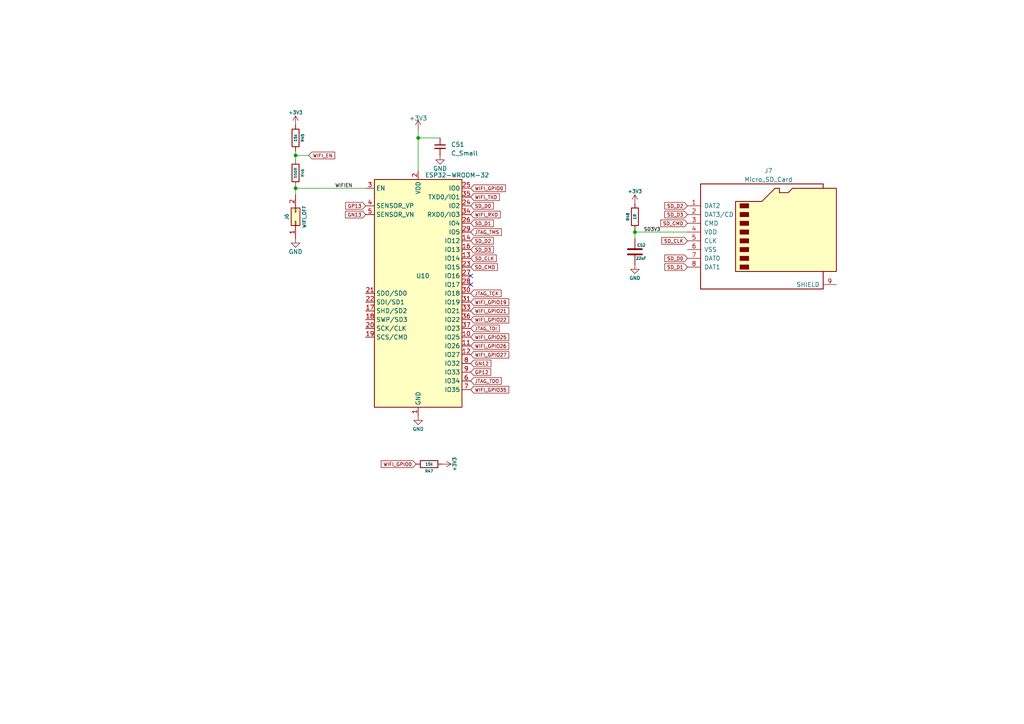
<source format=kicad_sch>
(kicad_sch (version 20230121) (generator eeschema)

  (uuid 59d601a5-4843-49fb-a7ea-a680dd7444e6)

  (paper "A4")

  (lib_symbols
    (symbol "Connector:Micro_SD_Card" (pin_names (offset 1.016)) (in_bom yes) (on_board yes)
      (property "Reference" "J" (at -16.51 15.24 0)
        (effects (font (size 1.27 1.27)))
      )
      (property "Value" "Micro_SD_Card" (at 16.51 15.24 0)
        (effects (font (size 1.27 1.27)) (justify right))
      )
      (property "Footprint" "" (at 29.21 7.62 0)
        (effects (font (size 1.27 1.27)) hide)
      )
      (property "Datasheet" "http://katalog.we-online.de/em/datasheet/693072010801.pdf" (at 0 0 0)
        (effects (font (size 1.27 1.27)) hide)
      )
      (property "ki_keywords" "connector SD microsd" (at 0 0 0)
        (effects (font (size 1.27 1.27)) hide)
      )
      (property "ki_description" "Micro SD Card Socket" (at 0 0 0)
        (effects (font (size 1.27 1.27)) hide)
      )
      (property "ki_fp_filters" "microSD*" (at 0 0 0)
        (effects (font (size 1.27 1.27)) hide)
      )
      (symbol "Micro_SD_Card_0_1"
        (rectangle (start -7.62 -9.525) (end -5.08 -10.795)
          (stroke (width 0) (type default))
          (fill (type outline))
        )
        (rectangle (start -7.62 -6.985) (end -5.08 -8.255)
          (stroke (width 0) (type default))
          (fill (type outline))
        )
        (rectangle (start -7.62 -4.445) (end -5.08 -5.715)
          (stroke (width 0) (type default))
          (fill (type outline))
        )
        (rectangle (start -7.62 -1.905) (end -5.08 -3.175)
          (stroke (width 0) (type default))
          (fill (type outline))
        )
        (rectangle (start -7.62 0.635) (end -5.08 -0.635)
          (stroke (width 0) (type default))
          (fill (type outline))
        )
        (rectangle (start -7.62 3.175) (end -5.08 1.905)
          (stroke (width 0) (type default))
          (fill (type outline))
        )
        (rectangle (start -7.62 5.715) (end -5.08 4.445)
          (stroke (width 0) (type default))
          (fill (type outline))
        )
        (rectangle (start -7.62 8.255) (end -5.08 6.985)
          (stroke (width 0) (type default))
          (fill (type outline))
        )
        (polyline
          (pts
            (xy 16.51 12.7)
            (xy 16.51 13.97)
            (xy -19.05 13.97)
            (xy -19.05 -16.51)
            (xy 16.51 -16.51)
            (xy 16.51 -11.43)
          )
          (stroke (width 0.254) (type default))
          (fill (type none))
        )
        (polyline
          (pts
            (xy -8.89 -11.43)
            (xy -8.89 8.89)
            (xy -1.27 8.89)
            (xy 2.54 12.7)
            (xy 3.81 12.7)
            (xy 3.81 11.43)
            (xy 6.35 11.43)
            (xy 7.62 12.7)
            (xy 20.32 12.7)
            (xy 20.32 -11.43)
            (xy -8.89 -11.43)
          )
          (stroke (width 0.254) (type default))
          (fill (type background))
        )
      )
      (symbol "Micro_SD_Card_1_1"
        (pin bidirectional line (at -22.86 7.62 0) (length 3.81)
          (name "DAT2" (effects (font (size 1.27 1.27))))
          (number "1" (effects (font (size 1.27 1.27))))
        )
        (pin bidirectional line (at -22.86 5.08 0) (length 3.81)
          (name "DAT3/CD" (effects (font (size 1.27 1.27))))
          (number "2" (effects (font (size 1.27 1.27))))
        )
        (pin input line (at -22.86 2.54 0) (length 3.81)
          (name "CMD" (effects (font (size 1.27 1.27))))
          (number "3" (effects (font (size 1.27 1.27))))
        )
        (pin power_in line (at -22.86 0 0) (length 3.81)
          (name "VDD" (effects (font (size 1.27 1.27))))
          (number "4" (effects (font (size 1.27 1.27))))
        )
        (pin input line (at -22.86 -2.54 0) (length 3.81)
          (name "CLK" (effects (font (size 1.27 1.27))))
          (number "5" (effects (font (size 1.27 1.27))))
        )
        (pin power_in line (at -22.86 -5.08 0) (length 3.81)
          (name "VSS" (effects (font (size 1.27 1.27))))
          (number "6" (effects (font (size 1.27 1.27))))
        )
        (pin bidirectional line (at -22.86 -7.62 0) (length 3.81)
          (name "DAT0" (effects (font (size 1.27 1.27))))
          (number "7" (effects (font (size 1.27 1.27))))
        )
        (pin bidirectional line (at -22.86 -10.16 0) (length 3.81)
          (name "DAT1" (effects (font (size 1.27 1.27))))
          (number "8" (effects (font (size 1.27 1.27))))
        )
        (pin passive line (at 20.32 -15.24 180) (length 3.81)
          (name "SHIELD" (effects (font (size 1.27 1.27))))
          (number "9" (effects (font (size 1.27 1.27))))
        )
      )
    )
    (symbol "Connector_Generic:Conn_02x01" (pin_names (offset 1.016) hide) (in_bom yes) (on_board yes)
      (property "Reference" "J" (at 1.27 2.54 0)
        (effects (font (size 1.27 1.27)))
      )
      (property "Value" "Conn_02x01" (at 1.27 -2.54 0)
        (effects (font (size 1.27 1.27)))
      )
      (property "Footprint" "" (at 0 0 0)
        (effects (font (size 1.27 1.27)) hide)
      )
      (property "Datasheet" "~" (at 0 0 0)
        (effects (font (size 1.27 1.27)) hide)
      )
      (property "ki_keywords" "connector" (at 0 0 0)
        (effects (font (size 1.27 1.27)) hide)
      )
      (property "ki_description" "Generic connector, double row, 02x01, this symbol is compatible with counter-clockwise, top-bottom and odd-even numbering schemes., script generated (kicad-library-utils/schlib/autogen/connector/)" (at 0 0 0)
        (effects (font (size 1.27 1.27)) hide)
      )
      (property "ki_fp_filters" "Connector*:*_2x??_*" (at 0 0 0)
        (effects (font (size 1.27 1.27)) hide)
      )
      (symbol "Conn_02x01_1_1"
        (rectangle (start -1.27 0.127) (end 0 -0.127)
          (stroke (width 0.1524) (type default))
          (fill (type none))
        )
        (rectangle (start -1.27 1.27) (end 3.81 -1.27)
          (stroke (width 0.254) (type default))
          (fill (type background))
        )
        (rectangle (start 3.81 0.127) (end 2.54 -0.127)
          (stroke (width 0.1524) (type default))
          (fill (type none))
        )
        (pin passive line (at -5.08 0 0) (length 3.81)
          (name "Pin_1" (effects (font (size 1.27 1.27))))
          (number "1" (effects (font (size 1.27 1.27))))
        )
        (pin passive line (at 7.62 0 180) (length 3.81)
          (name "Pin_2" (effects (font (size 1.27 1.27))))
          (number "2" (effects (font (size 1.27 1.27))))
        )
      )
    )
    (symbol "Device:C" (pin_numbers hide) (pin_names (offset 0.254)) (in_bom yes) (on_board yes)
      (property "Reference" "C" (at 0.635 2.54 0)
        (effects (font (size 1.27 1.27)) (justify left))
      )
      (property "Value" "C" (at 0.635 -2.54 0)
        (effects (font (size 1.27 1.27)) (justify left))
      )
      (property "Footprint" "" (at 0.9652 -3.81 0)
        (effects (font (size 1.27 1.27)) hide)
      )
      (property "Datasheet" "~" (at 0 0 0)
        (effects (font (size 1.27 1.27)) hide)
      )
      (property "ki_keywords" "cap capacitor" (at 0 0 0)
        (effects (font (size 1.27 1.27)) hide)
      )
      (property "ki_description" "Unpolarized capacitor" (at 0 0 0)
        (effects (font (size 1.27 1.27)) hide)
      )
      (property "ki_fp_filters" "C_*" (at 0 0 0)
        (effects (font (size 1.27 1.27)) hide)
      )
      (symbol "C_0_1"
        (polyline
          (pts
            (xy -2.032 -0.762)
            (xy 2.032 -0.762)
          )
          (stroke (width 0.508) (type default))
          (fill (type none))
        )
        (polyline
          (pts
            (xy -2.032 0.762)
            (xy 2.032 0.762)
          )
          (stroke (width 0.508) (type default))
          (fill (type none))
        )
      )
      (symbol "C_1_1"
        (pin passive line (at 0 3.81 270) (length 2.794)
          (name "~" (effects (font (size 1.27 1.27))))
          (number "1" (effects (font (size 1.27 1.27))))
        )
        (pin passive line (at 0 -3.81 90) (length 2.794)
          (name "~" (effects (font (size 1.27 1.27))))
          (number "2" (effects (font (size 1.27 1.27))))
        )
      )
    )
    (symbol "Device:C_Small" (pin_numbers hide) (pin_names (offset 0.254) hide) (in_bom yes) (on_board yes)
      (property "Reference" "C" (at 0.254 1.778 0)
        (effects (font (size 1.27 1.27)) (justify left))
      )
      (property "Value" "C_Small" (at 0.254 -2.032 0)
        (effects (font (size 1.27 1.27)) (justify left))
      )
      (property "Footprint" "" (at 0 0 0)
        (effects (font (size 1.27 1.27)) hide)
      )
      (property "Datasheet" "~" (at 0 0 0)
        (effects (font (size 1.27 1.27)) hide)
      )
      (property "ki_keywords" "capacitor cap" (at 0 0 0)
        (effects (font (size 1.27 1.27)) hide)
      )
      (property "ki_description" "Unpolarized capacitor, small symbol" (at 0 0 0)
        (effects (font (size 1.27 1.27)) hide)
      )
      (property "ki_fp_filters" "C_*" (at 0 0 0)
        (effects (font (size 1.27 1.27)) hide)
      )
      (symbol "C_Small_0_1"
        (polyline
          (pts
            (xy -1.524 -0.508)
            (xy 1.524 -0.508)
          )
          (stroke (width 0.3302) (type default))
          (fill (type none))
        )
        (polyline
          (pts
            (xy -1.524 0.508)
            (xy 1.524 0.508)
          )
          (stroke (width 0.3048) (type default))
          (fill (type none))
        )
      )
      (symbol "C_Small_1_1"
        (pin passive line (at 0 2.54 270) (length 2.032)
          (name "~" (effects (font (size 1.27 1.27))))
          (number "1" (effects (font (size 1.27 1.27))))
        )
        (pin passive line (at 0 -2.54 90) (length 2.032)
          (name "~" (effects (font (size 1.27 1.27))))
          (number "2" (effects (font (size 1.27 1.27))))
        )
      )
    )
    (symbol "Device:R" (pin_numbers hide) (pin_names (offset 0)) (in_bom yes) (on_board yes)
      (property "Reference" "R" (at 2.032 0 90)
        (effects (font (size 1.27 1.27)))
      )
      (property "Value" "R" (at 0 0 90)
        (effects (font (size 1.27 1.27)))
      )
      (property "Footprint" "" (at -1.778 0 90)
        (effects (font (size 1.27 1.27)) hide)
      )
      (property "Datasheet" "~" (at 0 0 0)
        (effects (font (size 1.27 1.27)) hide)
      )
      (property "ki_keywords" "R res resistor" (at 0 0 0)
        (effects (font (size 1.27 1.27)) hide)
      )
      (property "ki_description" "Resistor" (at 0 0 0)
        (effects (font (size 1.27 1.27)) hide)
      )
      (property "ki_fp_filters" "R_*" (at 0 0 0)
        (effects (font (size 1.27 1.27)) hide)
      )
      (symbol "R_0_1"
        (rectangle (start -1.016 -2.54) (end 1.016 2.54)
          (stroke (width 0.254) (type default))
          (fill (type none))
        )
      )
      (symbol "R_1_1"
        (pin passive line (at 0 3.81 270) (length 1.27)
          (name "~" (effects (font (size 1.27 1.27))))
          (number "1" (effects (font (size 1.27 1.27))))
        )
        (pin passive line (at 0 -3.81 90) (length 1.27)
          (name "~" (effects (font (size 1.27 1.27))))
          (number "2" (effects (font (size 1.27 1.27))))
        )
      )
    )
    (symbol "RF_Module:ESP32-WROOM-32" (in_bom yes) (on_board yes)
      (property "Reference" "U" (at -12.7 34.29 0)
        (effects (font (size 1.27 1.27)) (justify left))
      )
      (property "Value" "ESP32-WROOM-32" (at 1.27 34.29 0)
        (effects (font (size 1.27 1.27)) (justify left))
      )
      (property "Footprint" "RF_Module:ESP32-WROOM-32" (at 0 -38.1 0)
        (effects (font (size 1.27 1.27)) hide)
      )
      (property "Datasheet" "https://www.espressif.com/sites/default/files/documentation/esp32-wroom-32_datasheet_en.pdf" (at -7.62 1.27 0)
        (effects (font (size 1.27 1.27)) hide)
      )
      (property "ki_keywords" "RF Radio BT ESP ESP32 Espressif onboard PCB antenna" (at 0 0 0)
        (effects (font (size 1.27 1.27)) hide)
      )
      (property "ki_description" "RF Module, ESP32-D0WDQ6 SoC, Wi-Fi 802.11b/g/n, Bluetooth, BLE, 32-bit, 2.7-3.6V, onboard antenna, SMD" (at 0 0 0)
        (effects (font (size 1.27 1.27)) hide)
      )
      (property "ki_fp_filters" "ESP32?WROOM?32*" (at 0 0 0)
        (effects (font (size 1.27 1.27)) hide)
      )
      (symbol "ESP32-WROOM-32_0_1"
        (rectangle (start -12.7 33.02) (end 12.7 -33.02)
          (stroke (width 0.254) (type default))
          (fill (type background))
        )
      )
      (symbol "ESP32-WROOM-32_1_1"
        (pin power_in line (at 0 -35.56 90) (length 2.54)
          (name "GND" (effects (font (size 1.27 1.27))))
          (number "1" (effects (font (size 1.27 1.27))))
        )
        (pin bidirectional line (at 15.24 -12.7 180) (length 2.54)
          (name "IO25" (effects (font (size 1.27 1.27))))
          (number "10" (effects (font (size 1.27 1.27))))
        )
        (pin bidirectional line (at 15.24 -15.24 180) (length 2.54)
          (name "IO26" (effects (font (size 1.27 1.27))))
          (number "11" (effects (font (size 1.27 1.27))))
        )
        (pin bidirectional line (at 15.24 -17.78 180) (length 2.54)
          (name "IO27" (effects (font (size 1.27 1.27))))
          (number "12" (effects (font (size 1.27 1.27))))
        )
        (pin bidirectional line (at 15.24 10.16 180) (length 2.54)
          (name "IO14" (effects (font (size 1.27 1.27))))
          (number "13" (effects (font (size 1.27 1.27))))
        )
        (pin bidirectional line (at 15.24 15.24 180) (length 2.54)
          (name "IO12" (effects (font (size 1.27 1.27))))
          (number "14" (effects (font (size 1.27 1.27))))
        )
        (pin passive line (at 0 -35.56 90) (length 2.54) hide
          (name "GND" (effects (font (size 1.27 1.27))))
          (number "15" (effects (font (size 1.27 1.27))))
        )
        (pin bidirectional line (at 15.24 12.7 180) (length 2.54)
          (name "IO13" (effects (font (size 1.27 1.27))))
          (number "16" (effects (font (size 1.27 1.27))))
        )
        (pin bidirectional line (at -15.24 -5.08 0) (length 2.54)
          (name "SHD/SD2" (effects (font (size 1.27 1.27))))
          (number "17" (effects (font (size 1.27 1.27))))
        )
        (pin bidirectional line (at -15.24 -7.62 0) (length 2.54)
          (name "SWP/SD3" (effects (font (size 1.27 1.27))))
          (number "18" (effects (font (size 1.27 1.27))))
        )
        (pin bidirectional line (at -15.24 -12.7 0) (length 2.54)
          (name "SCS/CMD" (effects (font (size 1.27 1.27))))
          (number "19" (effects (font (size 1.27 1.27))))
        )
        (pin power_in line (at 0 35.56 270) (length 2.54)
          (name "VDD" (effects (font (size 1.27 1.27))))
          (number "2" (effects (font (size 1.27 1.27))))
        )
        (pin bidirectional line (at -15.24 -10.16 0) (length 2.54)
          (name "SCK/CLK" (effects (font (size 1.27 1.27))))
          (number "20" (effects (font (size 1.27 1.27))))
        )
        (pin bidirectional line (at -15.24 0 0) (length 2.54)
          (name "SDO/SD0" (effects (font (size 1.27 1.27))))
          (number "21" (effects (font (size 1.27 1.27))))
        )
        (pin bidirectional line (at -15.24 -2.54 0) (length 2.54)
          (name "SDI/SD1" (effects (font (size 1.27 1.27))))
          (number "22" (effects (font (size 1.27 1.27))))
        )
        (pin bidirectional line (at 15.24 7.62 180) (length 2.54)
          (name "IO15" (effects (font (size 1.27 1.27))))
          (number "23" (effects (font (size 1.27 1.27))))
        )
        (pin bidirectional line (at 15.24 25.4 180) (length 2.54)
          (name "IO2" (effects (font (size 1.27 1.27))))
          (number "24" (effects (font (size 1.27 1.27))))
        )
        (pin bidirectional line (at 15.24 30.48 180) (length 2.54)
          (name "IO0" (effects (font (size 1.27 1.27))))
          (number "25" (effects (font (size 1.27 1.27))))
        )
        (pin bidirectional line (at 15.24 20.32 180) (length 2.54)
          (name "IO4" (effects (font (size 1.27 1.27))))
          (number "26" (effects (font (size 1.27 1.27))))
        )
        (pin bidirectional line (at 15.24 5.08 180) (length 2.54)
          (name "IO16" (effects (font (size 1.27 1.27))))
          (number "27" (effects (font (size 1.27 1.27))))
        )
        (pin bidirectional line (at 15.24 2.54 180) (length 2.54)
          (name "IO17" (effects (font (size 1.27 1.27))))
          (number "28" (effects (font (size 1.27 1.27))))
        )
        (pin bidirectional line (at 15.24 17.78 180) (length 2.54)
          (name "IO5" (effects (font (size 1.27 1.27))))
          (number "29" (effects (font (size 1.27 1.27))))
        )
        (pin input line (at -15.24 30.48 0) (length 2.54)
          (name "EN" (effects (font (size 1.27 1.27))))
          (number "3" (effects (font (size 1.27 1.27))))
        )
        (pin bidirectional line (at 15.24 0 180) (length 2.54)
          (name "IO18" (effects (font (size 1.27 1.27))))
          (number "30" (effects (font (size 1.27 1.27))))
        )
        (pin bidirectional line (at 15.24 -2.54 180) (length 2.54)
          (name "IO19" (effects (font (size 1.27 1.27))))
          (number "31" (effects (font (size 1.27 1.27))))
        )
        (pin no_connect line (at -12.7 -27.94 0) (length 2.54) hide
          (name "NC" (effects (font (size 1.27 1.27))))
          (number "32" (effects (font (size 1.27 1.27))))
        )
        (pin bidirectional line (at 15.24 -5.08 180) (length 2.54)
          (name "IO21" (effects (font (size 1.27 1.27))))
          (number "33" (effects (font (size 1.27 1.27))))
        )
        (pin bidirectional line (at 15.24 22.86 180) (length 2.54)
          (name "RXD0/IO3" (effects (font (size 1.27 1.27))))
          (number "34" (effects (font (size 1.27 1.27))))
        )
        (pin bidirectional line (at 15.24 27.94 180) (length 2.54)
          (name "TXD0/IO1" (effects (font (size 1.27 1.27))))
          (number "35" (effects (font (size 1.27 1.27))))
        )
        (pin bidirectional line (at 15.24 -7.62 180) (length 2.54)
          (name "IO22" (effects (font (size 1.27 1.27))))
          (number "36" (effects (font (size 1.27 1.27))))
        )
        (pin bidirectional line (at 15.24 -10.16 180) (length 2.54)
          (name "IO23" (effects (font (size 1.27 1.27))))
          (number "37" (effects (font (size 1.27 1.27))))
        )
        (pin passive line (at 0 -35.56 90) (length 2.54) hide
          (name "GND" (effects (font (size 1.27 1.27))))
          (number "38" (effects (font (size 1.27 1.27))))
        )
        (pin passive line (at 0 -35.56 90) (length 2.54) hide
          (name "GND" (effects (font (size 1.27 1.27))))
          (number "39" (effects (font (size 1.27 1.27))))
        )
        (pin input line (at -15.24 25.4 0) (length 2.54)
          (name "SENSOR_VP" (effects (font (size 1.27 1.27))))
          (number "4" (effects (font (size 1.27 1.27))))
        )
        (pin input line (at -15.24 22.86 0) (length 2.54)
          (name "SENSOR_VN" (effects (font (size 1.27 1.27))))
          (number "5" (effects (font (size 1.27 1.27))))
        )
        (pin input line (at 15.24 -25.4 180) (length 2.54)
          (name "IO34" (effects (font (size 1.27 1.27))))
          (number "6" (effects (font (size 1.27 1.27))))
        )
        (pin input line (at 15.24 -27.94 180) (length 2.54)
          (name "IO35" (effects (font (size 1.27 1.27))))
          (number "7" (effects (font (size 1.27 1.27))))
        )
        (pin bidirectional line (at 15.24 -20.32 180) (length 2.54)
          (name "IO32" (effects (font (size 1.27 1.27))))
          (number "8" (effects (font (size 1.27 1.27))))
        )
        (pin bidirectional line (at 15.24 -22.86 180) (length 2.54)
          (name "IO33" (effects (font (size 1.27 1.27))))
          (number "9" (effects (font (size 1.27 1.27))))
        )
      )
    )
    (symbol "power:+3V3" (power) (pin_names (offset 0)) (in_bom yes) (on_board yes)
      (property "Reference" "#PWR" (at 0 -3.81 0)
        (effects (font (size 1.27 1.27)) hide)
      )
      (property "Value" "+3V3" (at 0 3.556 0)
        (effects (font (size 1.27 1.27)))
      )
      (property "Footprint" "" (at 0 0 0)
        (effects (font (size 1.27 1.27)) hide)
      )
      (property "Datasheet" "" (at 0 0 0)
        (effects (font (size 1.27 1.27)) hide)
      )
      (property "ki_keywords" "global power" (at 0 0 0)
        (effects (font (size 1.27 1.27)) hide)
      )
      (property "ki_description" "Power symbol creates a global label with name \"+3V3\"" (at 0 0 0)
        (effects (font (size 1.27 1.27)) hide)
      )
      (symbol "+3V3_0_1"
        (polyline
          (pts
            (xy -0.762 1.27)
            (xy 0 2.54)
          )
          (stroke (width 0) (type default))
          (fill (type none))
        )
        (polyline
          (pts
            (xy 0 0)
            (xy 0 2.54)
          )
          (stroke (width 0) (type default))
          (fill (type none))
        )
        (polyline
          (pts
            (xy 0 2.54)
            (xy 0.762 1.27)
          )
          (stroke (width 0) (type default))
          (fill (type none))
        )
      )
      (symbol "+3V3_1_1"
        (pin power_in line (at 0 0 90) (length 0) hide
          (name "+3V3" (effects (font (size 1.27 1.27))))
          (number "1" (effects (font (size 1.27 1.27))))
        )
      )
    )
    (symbol "power:GND" (power) (pin_names (offset 0)) (in_bom yes) (on_board yes)
      (property "Reference" "#PWR" (at 0 -6.35 0)
        (effects (font (size 1.27 1.27)) hide)
      )
      (property "Value" "GND" (at 0 -3.81 0)
        (effects (font (size 1.27 1.27)))
      )
      (property "Footprint" "" (at 0 0 0)
        (effects (font (size 1.27 1.27)) hide)
      )
      (property "Datasheet" "" (at 0 0 0)
        (effects (font (size 1.27 1.27)) hide)
      )
      (property "ki_keywords" "global power" (at 0 0 0)
        (effects (font (size 1.27 1.27)) hide)
      )
      (property "ki_description" "Power symbol creates a global label with name \"GND\" , ground" (at 0 0 0)
        (effects (font (size 1.27 1.27)) hide)
      )
      (symbol "GND_0_1"
        (polyline
          (pts
            (xy 0 0)
            (xy 0 -1.27)
            (xy 1.27 -1.27)
            (xy 0 -2.54)
            (xy -1.27 -1.27)
            (xy 0 -1.27)
          )
          (stroke (width 0) (type default))
          (fill (type none))
        )
      )
      (symbol "GND_1_1"
        (pin power_in line (at 0 0 270) (length 0) hide
          (name "GND" (effects (font (size 1.27 1.27))))
          (number "1" (effects (font (size 1.27 1.27))))
        )
      )
    )
  )

  (junction (at 85.725 54.61) (diameter 0) (color 0 0 0 0)
    (uuid 099ceaa7-439a-4931-bceb-7ffc1fb7d249)
  )
  (junction (at 121.285 40.005) (diameter 0) (color 0 0 0 0)
    (uuid 379bcac7-64f1-4711-815b-9a7da471344a)
  )
  (junction (at 85.725 45.085) (diameter 0) (color 0 0 0 0)
    (uuid bbb26d37-b99e-4e3a-a138-0d5c5fa20ac3)
  )
  (junction (at 184.15 67.31) (diameter 0) (color 0 0 0 0)
    (uuid e9ec6551-88d6-4ec9-93ca-13262b3f34bc)
  )

  (no_connect (at 136.525 82.55) (uuid b0885d78-0584-4af6-b25e-805c811362d2))
  (no_connect (at 136.525 80.01) (uuid db80197a-c64e-4e2b-8046-77cf878e60f3))

  (wire (pts (xy 85.725 54.61) (xy 85.725 56.515))
    (stroke (width 0) (type default))
    (uuid 1fd10275-337b-4158-a2e3-6f6562fa5f8e)
  )
  (wire (pts (xy 85.725 43.815) (xy 85.725 45.085))
    (stroke (width 0) (type default))
    (uuid 5b133c11-c7e3-468f-9ef1-3f7111d88be4)
  )
  (wire (pts (xy 85.725 45.085) (xy 89.535 45.085))
    (stroke (width 0) (type default))
    (uuid 6d933178-1a0a-41c5-8f49-08ed2c941915)
  )
  (wire (pts (xy 184.15 67.31) (xy 184.15 69.215))
    (stroke (width 0) (type default))
    (uuid 88c62cd1-6cea-48d0-9b78-6a7e982ff337)
  )
  (wire (pts (xy 121.285 40.005) (xy 121.285 49.53))
    (stroke (width 0) (type default))
    (uuid 9b5ed068-cae8-499c-bdfd-6c2c56082c90)
  )
  (wire (pts (xy 85.725 45.085) (xy 85.725 46.355))
    (stroke (width 0) (type default))
    (uuid a5f5570f-8c04-4a79-8f89-dcf07ec052af)
  )
  (wire (pts (xy 184.15 67.31) (xy 199.39 67.31))
    (stroke (width 0) (type default))
    (uuid ab6d0781-a198-4fd6-adfe-19b04a518cc4)
  )
  (wire (pts (xy 121.285 37.465) (xy 121.285 40.005))
    (stroke (width 0) (type default))
    (uuid b08f2362-9d2b-4930-943b-82ab398e2479)
  )
  (wire (pts (xy 184.15 66.675) (xy 184.15 67.31))
    (stroke (width 0) (type default))
    (uuid b26a5e42-89b2-45df-b5a0-e9cee40684ca)
  )
  (wire (pts (xy 85.725 54.61) (xy 106.045 54.61))
    (stroke (width 0) (type default))
    (uuid c651ffed-4a5c-4b16-91cd-bc4cd1eca2c6)
  )
  (wire (pts (xy 85.725 53.975) (xy 85.725 54.61))
    (stroke (width 0) (type default))
    (uuid e71b0c6d-5b72-46f8-a40a-e8b3bcdde0a4)
  )
  (wire (pts (xy 121.285 40.005) (xy 127.635 40.005))
    (stroke (width 0) (type default))
    (uuid ff2ad174-55b5-4cbd-811e-38b09ddf51e6)
  )

  (label "SD3V3" (at 186.69 67.31 0) (fields_autoplaced)
    (effects (font (size 1 1)) (justify left bottom))
    (uuid 021258b0-0bf8-4710-904d-30a80c09a738)
  )
  (label "WIFIEN" (at 97.155 54.61 0) (fields_autoplaced)
    (effects (font (size 1 1)) (justify left bottom))
    (uuid 2b150fb7-5fbf-410e-8a7a-de43d312d78e)
  )

  (global_label "WIFI_GPIO0" (shape input) (at 136.525 54.61 0)
    (effects (font (size 1 1)) (justify left))
    (uuid 03197d80-0076-4557-bfd0-48c5ff92b011)
    (property "Intersheetrefs" "${INTERSHEET_REFS}" (at 136.525 54.61 0)
      (effects (font (size 1.27 1.27)) hide)
    )
  )
  (global_label "SD_D3" (shape input) (at 199.39 62.23 180)
    (effects (font (size 1 1)) (justify right))
    (uuid 03a39a5d-0d1c-4815-aa44-b4ff9d4b9222)
    (property "Intersheetrefs" "${INTERSHEET_REFS}" (at 199.39 62.23 0)
      (effects (font (size 1.27 1.27)) hide)
    )
  )
  (global_label "SD_CMD" (shape input) (at 136.525 77.47 0)
    (effects (font (size 1 1)) (justify left))
    (uuid 05160349-2193-48cc-8f66-cee527bfc40a)
    (property "Intersheetrefs" "${INTERSHEET_REFS}" (at 136.525 77.47 0)
      (effects (font (size 1.27 1.27)) hide)
    )
  )
  (global_label "WIFI_GPIO26" (shape input) (at 136.525 100.33 0)
    (effects (font (size 1 1)) (justify left))
    (uuid 06ed3482-8ea9-416e-9614-0f13ae45ab3a)
    (property "Intersheetrefs" "${INTERSHEET_REFS}" (at 136.525 100.33 0)
      (effects (font (size 1.27 1.27)) hide)
    )
  )
  (global_label "WIFI_GPIO27" (shape input) (at 136.525 102.87 0)
    (effects (font (size 1 1)) (justify left))
    (uuid 0994a662-3930-4fda-9681-68ec2fd53b24)
    (property "Intersheetrefs" "${INTERSHEET_REFS}" (at 136.525 102.87 0)
      (effects (font (size 1.27 1.27)) hide)
    )
  )
  (global_label "JTAG_TMS" (shape input) (at 136.525 67.31 0)
    (effects (font (size 1 1)) (justify left))
    (uuid 1ee3718a-331e-4599-9fa1-89206248ae86)
    (property "Intersheetrefs" "${INTERSHEET_REFS}" (at 136.525 67.31 0)
      (effects (font (size 1.27 1.27)) hide)
    )
  )
  (global_label "SD_D1" (shape input) (at 199.39 77.47 180)
    (effects (font (size 1 1)) (justify right))
    (uuid 21dd8fc9-67e9-450f-b449-222cee850544)
    (property "Intersheetrefs" "${INTERSHEET_REFS}" (at 199.39 77.47 0)
      (effects (font (size 1.27 1.27)) hide)
    )
  )
  (global_label "WIFI_GPIO21" (shape input) (at 136.525 90.17 0)
    (effects (font (size 1 1)) (justify left))
    (uuid 25f6dca7-0057-49f9-8ccf-4b97e7da5d34)
    (property "Intersheetrefs" "${INTERSHEET_REFS}" (at 136.525 90.17 0)
      (effects (font (size 1.27 1.27)) hide)
    )
  )
  (global_label "WIFI_GPIO0" (shape input) (at 120.65 134.62 180)
    (effects (font (size 1 1)) (justify right))
    (uuid 29ea5dee-ca43-434e-bb15-179410a5750d)
    (property "Intersheetrefs" "${INTERSHEET_REFS}" (at 120.65 134.62 0)
      (effects (font (size 1.27 1.27)) hide)
    )
  )
  (global_label "SD_D1" (shape input) (at 136.525 64.77 0)
    (effects (font (size 1 1)) (justify left))
    (uuid 2cf17bbb-d546-48bf-8610-f7ef263498b2)
    (property "Intersheetrefs" "${INTERSHEET_REFS}" (at 136.525 64.77 0)
      (effects (font (size 1.27 1.27)) hide)
    )
  )
  (global_label "WIFI_GPIO35" (shape input) (at 136.525 113.03 0)
    (effects (font (size 1 1)) (justify left))
    (uuid 374743e8-282f-471b-afb5-ebb05a947e83)
    (property "Intersheetrefs" "${INTERSHEET_REFS}" (at 136.525 113.03 0)
      (effects (font (size 1.27 1.27)) hide)
    )
  )
  (global_label "WIFI_GPIO25" (shape input) (at 136.525 97.79 0)
    (effects (font (size 1 1)) (justify left))
    (uuid 3d5e22f0-ab60-4dab-b429-0a62e582d662)
    (property "Intersheetrefs" "${INTERSHEET_REFS}" (at 136.525 97.79 0)
      (effects (font (size 1.27 1.27)) hide)
    )
  )
  (global_label "WIFI_GPIO22" (shape input) (at 136.525 92.71 0)
    (effects (font (size 1 1)) (justify left))
    (uuid 43e6c793-d739-45e3-a6d4-d284f6d1686d)
    (property "Intersheetrefs" "${INTERSHEET_REFS}" (at 136.525 92.71 0)
      (effects (font (size 1.27 1.27)) hide)
    )
  )
  (global_label "GP12" (shape input) (at 136.525 107.95 0)
    (effects (font (size 1 1)) (justify left))
    (uuid 5cbeeec0-bcc0-4271-8e6f-0756f7f87e29)
    (property "Intersheetrefs" "${INTERSHEET_REFS}" (at 136.525 107.95 0)
      (effects (font (size 1.27 1.27)) hide)
    )
  )
  (global_label "SD_CMD" (shape input) (at 199.39 64.77 180)
    (effects (font (size 1 1)) (justify right))
    (uuid 77ed4aef-0c0c-4080-a7de-4c977d81ec7f)
    (property "Intersheetrefs" "${INTERSHEET_REFS}" (at 199.39 64.77 0)
      (effects (font (size 1.27 1.27)) hide)
    )
  )
  (global_label "WIFI_GPIO19" (shape input) (at 136.525 87.63 0)
    (effects (font (size 1 1)) (justify left))
    (uuid 9424d221-b94d-4216-ba50-238e29803050)
    (property "Intersheetrefs" "${INTERSHEET_REFS}" (at 136.525 87.63 0)
      (effects (font (size 1.27 1.27)) hide)
    )
  )
  (global_label "JTAG_TDI" (shape input) (at 136.525 95.25 0)
    (effects (font (size 1 1)) (justify left))
    (uuid 943f89cb-8098-49cd-a1a3-24cb54a3f109)
    (property "Intersheetrefs" "${INTERSHEET_REFS}" (at 136.525 95.25 0)
      (effects (font (size 1.27 1.27)) hide)
    )
  )
  (global_label "GP13" (shape input) (at 106.045 59.69 180)
    (effects (font (size 1 1)) (justify right))
    (uuid 94662f28-91ac-4873-807d-9c56785103f8)
    (property "Intersheetrefs" "${INTERSHEET_REFS}" (at 106.045 59.69 0)
      (effects (font (size 1.27 1.27)) hide)
    )
  )
  (global_label "SD_D0" (shape input) (at 136.525 59.69 0)
    (effects (font (size 1 1)) (justify left))
    (uuid 966ecbfb-c66f-4948-8033-dc0efdc762b1)
    (property "Intersheetrefs" "${INTERSHEET_REFS}" (at 136.525 59.69 0)
      (effects (font (size 1.27 1.27)) hide)
    )
  )
  (global_label "JTAG_TCK" (shape input) (at 136.525 85.09 0)
    (effects (font (size 1 1)) (justify left))
    (uuid ac47a963-110a-415c-b3a8-ac49a2b420e6)
    (property "Intersheetrefs" "${INTERSHEET_REFS}" (at 136.525 85.09 0)
      (effects (font (size 1.27 1.27)) hide)
    )
  )
  (global_label "SD_CLK" (shape input) (at 136.525 74.93 0)
    (effects (font (size 1 1)) (justify left))
    (uuid acf60e6d-7d46-445e-8a96-79025a1c6fca)
    (property "Intersheetrefs" "${INTERSHEET_REFS}" (at 136.525 74.93 0)
      (effects (font (size 1.27 1.27)) hide)
    )
  )
  (global_label "GN12" (shape input) (at 136.525 105.41 0)
    (effects (font (size 1 1)) (justify left))
    (uuid b2b8d7c6-e68a-4ac0-9974-d8a00d3bf0a2)
    (property "Intersheetrefs" "${INTERSHEET_REFS}" (at 136.525 105.41 0)
      (effects (font (size 1.27 1.27)) hide)
    )
  )
  (global_label "WIFI_EN" (shape input) (at 89.535 45.085 0)
    (effects (font (size 1 1)) (justify left))
    (uuid bea4578d-bf6e-4b10-9edc-29f443678163)
    (property "Intersheetrefs" "${INTERSHEET_REFS}" (at 89.535 45.085 0)
      (effects (font (size 1.27 1.27)) hide)
    )
  )
  (global_label "SD_D2" (shape input) (at 136.525 69.85 0)
    (effects (font (size 1 1)) (justify left))
    (uuid c012bf70-87e2-42da-9f36-a31675724d9d)
    (property "Intersheetrefs" "${INTERSHEET_REFS}" (at 136.525 69.85 0)
      (effects (font (size 1.27 1.27)) hide)
    )
  )
  (global_label "JTAG_TDO" (shape input) (at 136.525 110.49 0)
    (effects (font (size 1 1)) (justify left))
    (uuid c1397d1a-e296-4c8a-8e1e-f284342b6e25)
    (property "Intersheetrefs" "${INTERSHEET_REFS}" (at 136.525 110.49 0)
      (effects (font (size 1.27 1.27)) hide)
    )
  )
  (global_label "WIFI_TXD" (shape input) (at 136.525 57.15 0)
    (effects (font (size 1 1)) (justify left))
    (uuid cbb3aaa7-70d2-48c7-8598-a6f0a890202e)
    (property "Intersheetrefs" "${INTERSHEET_REFS}" (at 136.525 57.15 0)
      (effects (font (size 1.27 1.27)) hide)
    )
  )
  (global_label "SD_D3" (shape input) (at 136.525 72.39 0)
    (effects (font (size 1 1)) (justify left))
    (uuid e24f76ac-17fc-4573-bef3-c4f1e4095ac2)
    (property "Intersheetrefs" "${INTERSHEET_REFS}" (at 136.525 72.39 0)
      (effects (font (size 1.27 1.27)) hide)
    )
  )
  (global_label "WIFI_RXD" (shape input) (at 136.525 62.23 0)
    (effects (font (size 1 1)) (justify left))
    (uuid e3af9ccb-fa63-4301-8d7a-ec8e62813ad2)
    (property "Intersheetrefs" "${INTERSHEET_REFS}" (at 136.525 62.23 0)
      (effects (font (size 1.27 1.27)) hide)
    )
  )
  (global_label "SD_CLK" (shape input) (at 199.39 69.85 180)
    (effects (font (size 1 1)) (justify right))
    (uuid e4ccf0e5-0834-4b87-ac3b-6bb3e06e2f3a)
    (property "Intersheetrefs" "${INTERSHEET_REFS}" (at 199.39 69.85 0)
      (effects (font (size 1.27 1.27)) hide)
    )
  )
  (global_label "SD_D2" (shape input) (at 199.39 59.69 180)
    (effects (font (size 1 1)) (justify right))
    (uuid eb245349-b78b-4d8b-925e-d34fef6f6509)
    (property "Intersheetrefs" "${INTERSHEET_REFS}" (at 199.39 59.69 0)
      (effects (font (size 1.27 1.27)) hide)
    )
  )
  (global_label "SD_D0" (shape input) (at 199.39 74.93 180)
    (effects (font (size 1 1)) (justify right))
    (uuid f5c3a929-0c28-486e-8570-6c0b76ec29a3)
    (property "Intersheetrefs" "${INTERSHEET_REFS}" (at 199.39 74.93 0)
      (effects (font (size 1.27 1.27)) hide)
    )
  )
  (global_label "GN13" (shape input) (at 106.045 62.23 180)
    (effects (font (size 1 1)) (justify right))
    (uuid fefff948-ac02-42b1-b8fd-5fb538015410)
    (property "Intersheetrefs" "${INTERSHEET_REFS}" (at 106.045 62.23 0)
      (effects (font (size 1.27 1.27)) hide)
    )
  )

  (symbol (lib_id "power:+3V3") (at 85.725 36.195 0) (unit 1)
    (in_bom yes) (on_board yes) (dnp no)
    (uuid 01d7e4ef-3bf1-4a1b-abfc-10b3d45ce79b)
    (property "Reference" "#PWR0117" (at 85.725 40.005 0)
      (effects (font (size 1.27 1.27)) hide)
    )
    (property "Value" "+3V3" (at 85.725 32.639 0)
      (effects (font (size 1 1)))
    )
    (property "Footprint" "" (at 85.725 36.195 0)
      (effects (font (size 1.27 1.27)))
    )
    (property "Datasheet" "" (at 85.725 36.195 0)
      (effects (font (size 1.27 1.27)))
    )
    (pin "1" (uuid 45248398-3d13-4918-a4c3-2891f9249799))
    (instances
      (project "ULX3 (FPGA)"
        (path "/37195a37-35e7-41b6-9fb2-a6f9cc4c6a25/da6c9aab-0038-43a3-ae36-d127368d42fa"
          (reference "#PWR0117") (unit 1)
        )
      )
      (project "wifi"
        (path "/5b4f6dc9-b2bf-4870-8466-06e2778d3641"
          (reference "#PWR0117") (unit 1)
        )
      )
    )
  )

  (symbol (lib_id "Device:C") (at 184.15 73.025 0) (unit 1)
    (in_bom yes) (on_board yes) (dnp no)
    (uuid 02552c99-f648-4520-9aa7-fac729322ef9)
    (property "Reference" "C52" (at 184.785 71.12 0)
      (effects (font (size 0.8 0.8)) (justify left))
    )
    (property "Value" "22uF" (at 184.4134 74.9036 0)
      (effects (font (size 0.8 0.8)) (justify left))
    )
    (property "Footprint" "Capacitor_SMD:C_0805_2012Metric" (at 185.1152 76.835 0)
      (effects (font (size 1.27 1.27)) hide)
    )
    (property "Datasheet" "" (at 184.15 73.025 0)
      (effects (font (size 1.27 1.27)))
    )
    (property "MNF1_URL" "www.yageo.com" (at 184.15 73.025 0)
      (effects (font (size 1.27 1.27)) hide)
    )
    (property "MPN" "CC0805ZKY5V5BB226 " (at 184.15 73.025 0)
      (effects (font (size 1.27 1.27)) hide)
    )
    (pin "1" (uuid 6665bcb0-906a-4554-a89c-a7f478c9e2f3))
    (pin "2" (uuid 6c9ae9e7-a14a-4464-940e-10a609094756))
    (instances
      (project "ULX3 (FPGA)"
        (path "/37195a37-35e7-41b6-9fb2-a6f9cc4c6a25/da6c9aab-0038-43a3-ae36-d127368d42fa"
          (reference "C52") (unit 1)
        )
      )
      (project "wifi"
        (path "/5b4f6dc9-b2bf-4870-8466-06e2778d3641"
          (reference "C15") (unit 1)
        )
      )
      (project "ulx3s"
        (path "/8da8168d-68ee-4c41-890e-5e62a04f6ac9/00000000-0000-0000-0000-000058d6d447"
          (reference "C15") (unit 1)
        )
        (path "/8da8168d-68ee-4c41-890e-5e62a04f6ac9/00000000-0000-0000-0000-000058da7327"
          (reference "C?") (unit 1)
        )
      )
    )
  )

  (symbol (lib_id "Connector:Micro_SD_Card") (at 222.25 67.31 0) (unit 1)
    (in_bom yes) (on_board yes) (dnp no) (fields_autoplaced)
    (uuid 0ea06583-2c46-4484-82ed-bc48c72f4a70)
    (property "Reference" "J7" (at 222.885 49.53 0)
      (effects (font (size 1.27 1.27)))
    )
    (property "Value" "Micro_SD_Card" (at 222.885 52.07 0)
      (effects (font (size 1.27 1.27)))
    )
    (property "Footprint" "SD Card:1040310811" (at 251.46 59.69 0)
      (effects (font (size 1.27 1.27)) hide)
    )
    (property "Datasheet" "http://katalog.we-online.de/em/datasheet/693072010801.pdf" (at 222.25 67.31 0)
      (effects (font (size 1.27 1.27)) hide)
    )
    (pin "1" (uuid 7b495f7f-b474-457f-a680-332435610e6e))
    (pin "2" (uuid e9fff515-0ac9-4d2e-a888-6f6c67522b54))
    (pin "3" (uuid 68631ef4-7179-4824-8899-3ba41f519259))
    (pin "4" (uuid 827dc910-69a9-4150-a85d-a8ce2ce568d4))
    (pin "5" (uuid 186ecfb0-bd09-43b9-aafa-05c35d89b271))
    (pin "6" (uuid 8db0d4c4-d8b5-4603-baad-ee2d307f98b5))
    (pin "7" (uuid c629a7c8-ed73-498e-9622-fc30a1f03715))
    (pin "8" (uuid 963551bd-98a7-4539-a940-d4e2cea35044))
    (pin "9" (uuid 008f2904-e876-42ed-9d64-17b9c023d9aa))
    (instances
      (project "ULX3 (FPGA)"
        (path "/37195a37-35e7-41b6-9fb2-a6f9cc4c6a25/da6c9aab-0038-43a3-ae36-d127368d42fa"
          (reference "J7") (unit 1)
        )
      )
    )
  )

  (symbol (lib_id "Device:C_Small") (at 127.635 42.545 0) (unit 1)
    (in_bom yes) (on_board yes) (dnp no) (fields_autoplaced)
    (uuid 2ee162a8-fb20-4307-b48d-47b6b6c38c48)
    (property "Reference" "C51" (at 130.81 41.9163 0)
      (effects (font (size 1.27 1.27)) (justify left))
    )
    (property "Value" "C_Small" (at 130.81 44.4563 0)
      (effects (font (size 1.27 1.27)) (justify left))
    )
    (property "Footprint" "Capacitor_SMD:C_0603_1608Metric" (at 127.635 42.545 0)
      (effects (font (size 1.27 1.27)) hide)
    )
    (property "Datasheet" "~" (at 127.635 42.545 0)
      (effects (font (size 1.27 1.27)) hide)
    )
    (pin "1" (uuid 0008c569-c70e-4c23-8bab-f8daf3dbe9e4))
    (pin "2" (uuid 6b10b239-ecc2-495d-83b7-3d9078966f7c))
    (instances
      (project "ULX3 (FPGA)"
        (path "/37195a37-35e7-41b6-9fb2-a6f9cc4c6a25/da6c9aab-0038-43a3-ae36-d127368d42fa"
          (reference "C51") (unit 1)
        )
      )
    )
  )

  (symbol (lib_id "power:+3V3") (at 184.15 59.055 0) (unit 1)
    (in_bom yes) (on_board yes) (dnp no)
    (uuid 3c9398e2-54e8-4000-a2bf-408e04b85f3a)
    (property "Reference" "#PWR0123" (at 184.15 62.865 0)
      (effects (font (size 1.27 1.27)) hide)
    )
    (property "Value" "+3V3" (at 184.15 55.499 0)
      (effects (font (size 1 1)))
    )
    (property "Footprint" "" (at 184.15 59.055 0)
      (effects (font (size 1.27 1.27)))
    )
    (property "Datasheet" "" (at 184.15 59.055 0)
      (effects (font (size 1.27 1.27)))
    )
    (pin "1" (uuid b05b633d-c8d3-4ac8-944c-6291a2650da1))
    (instances
      (project "ULX3 (FPGA)"
        (path "/37195a37-35e7-41b6-9fb2-a6f9cc4c6a25/da6c9aab-0038-43a3-ae36-d127368d42fa"
          (reference "#PWR0123") (unit 1)
        )
      )
      (project "wifi"
        (path "/5b4f6dc9-b2bf-4870-8466-06e2778d3641"
          (reference "#PWR0148") (unit 1)
        )
      )
    )
  )

  (symbol (lib_id "power:+3V3") (at 121.285 37.465 0) (unit 1)
    (in_bom yes) (on_board yes) (dnp no) (fields_autoplaced)
    (uuid 5ed1a46b-ba03-4667-bd21-e28805e1fb06)
    (property "Reference" "#PWR0119" (at 121.285 41.275 0)
      (effects (font (size 1.27 1.27)) hide)
    )
    (property "Value" "+3V3" (at 121.285 34.29 0)
      (effects (font (size 1.27 1.27)))
    )
    (property "Footprint" "" (at 121.285 37.465 0)
      (effects (font (size 1.27 1.27)) hide)
    )
    (property "Datasheet" "" (at 121.285 37.465 0)
      (effects (font (size 1.27 1.27)) hide)
    )
    (pin "1" (uuid 43ca2634-81e9-4d4a-b7d1-455585397858))
    (instances
      (project "ULX3 (FPGA)"
        (path "/37195a37-35e7-41b6-9fb2-a6f9cc4c6a25/da6c9aab-0038-43a3-ae36-d127368d42fa"
          (reference "#PWR0119") (unit 1)
        )
      )
    )
  )

  (symbol (lib_id "Device:R") (at 184.15 62.865 180) (unit 1)
    (in_bom yes) (on_board yes) (dnp no)
    (uuid 86909e09-fd38-4db2-be0b-c142c29d403d)
    (property "Reference" "R48" (at 182.118 62.865 90)
      (effects (font (size 0.8 0.8)))
    )
    (property "Value" "1R" (at 184.15 62.865 90)
      (effects (font (size 0.8 0.8)))
    )
    (property "Footprint" "Resistor_SMD:R_0402_1005Metric" (at 185.928 62.865 90)
      (effects (font (size 1.27 1.27)) hide)
    )
    (property "Datasheet" "" (at 184.15 62.865 0)
      (effects (font (size 1.27 1.27)))
    )
    (property "MFG1" "CTS" (at 184.15 62.865 90)
      (effects (font (size 1.27 1.27)) hide)
    )
    (property "MNF1_URL" "www.ctscorp.com" (at 184.15 62.865 90)
      (effects (font (size 1.27 1.27)) hide)
    )
    (property "MPN" "73L2R47J" (at 184.15 62.865 90)
      (effects (font (size 1.27 1.27)) hide)
    )
    (property "Mouser" "774-73L2R47J" (at 184.15 62.865 90)
      (effects (font (size 1.27 1.27)) hide)
    )
    (property "Digikey" "73L2R47JCT-ND" (at 184.15 62.865 90)
      (effects (font (size 1.27 1.27)) hide)
    )
    (property "Newark" "32K1357" (at 184.15 62.865 90)
      (effects (font (size 1.27 1.27)) hide)
    )
    (property "LCSC" "C158884" (at 184.15 62.865 90)
      (effects (font (size 1.27 1.27)) hide)
    )
    (property "Koncar" "FR001" (at 184.15 62.865 90)
      (effects (font (size 1.27 1.27)) hide)
    )
    (pin "1" (uuid e61de280-bf95-45d2-8633-2e267d63715e))
    (pin "2" (uuid b85dcbb7-2c3f-4813-a4b7-edd3e277e94c))
    (instances
      (project "ULX3 (FPGA)"
        (path "/37195a37-35e7-41b6-9fb2-a6f9cc4c6a25/da6c9aab-0038-43a3-ae36-d127368d42fa"
          (reference "R48") (unit 1)
        )
      )
      (project "wifi"
        (path "/5b4f6dc9-b2bf-4870-8466-06e2778d3641"
          (reference "R38") (unit 1)
        )
      )
      (project "ulx3s"
        (path "/8da8168d-68ee-4c41-890e-5e62a04f6ac9/00000000-0000-0000-0000-000058d6d447"
          (reference "R38") (unit 1)
        )
        (path "/8da8168d-68ee-4c41-890e-5e62a04f6ac9/00000000-0000-0000-0000-000058da7327"
          (reference "R?") (unit 1)
        )
      )
    )
  )

  (symbol (lib_id "Connector_Generic:Conn_02x01") (at 85.725 64.135 90) (unit 1)
    (in_bom yes) (on_board yes) (dnp no)
    (uuid 8d8b3cd9-b2ad-47ce-b044-79286a92a6cb)
    (property "Reference" "J6" (at 83.185 62.865 0)
      (effects (font (size 1 1)))
    )
    (property "Value" "WIFI_OFF" (at 88.265 62.865 0)
      (effects (font (size 1 1)))
    )
    (property "Footprint" "Connector_PinHeader_2.54mm:PinHeader_1x02_P2.54mm_Vertical" (at 116.205 64.135 0)
      (effects (font (size 1.27 1.27)) hide)
    )
    (property "Datasheet" "" (at 116.205 64.135 0)
      (effects (font (size 1.27 1.27)))
    )
    (property "Note" "Leave empty" (at 85.725 64.135 0)
      (effects (font (size 1.524 1.524)) hide)
    )
    (property "Side" "T" (at 85.725 64.135 0)
      (effects (font (size 1.27 1.27)) hide)
    )
    (pin "1" (uuid 4a0b3c7d-ccdb-488c-a2a9-b47f6c61e94a))
    (pin "2" (uuid 96ef6c2d-978b-4f4e-bfb7-225653134a08))
    (instances
      (project "ULX3 (FPGA)"
        (path "/37195a37-35e7-41b6-9fb2-a6f9cc4c6a25/da6c9aab-0038-43a3-ae36-d127368d42fa"
          (reference "J6") (unit 1)
        )
      )
      (project "wifi"
        (path "/5b4f6dc9-b2bf-4870-8466-06e2778d3641"
          (reference "J3") (unit 1)
        )
      )
      (project "ulx3s"
        (path "/8da8168d-68ee-4c41-890e-5e62a04f6ac9/00000000-0000-0000-0000-000058d6d447"
          (reference "J3") (unit 1)
        )
      )
    )
  )

  (symbol (lib_id "Device:R") (at 85.725 50.165 0) (unit 1)
    (in_bom yes) (on_board yes) (dnp no)
    (uuid 8fee0947-38a2-4881-aed5-18cbd395010b)
    (property "Reference" "R46" (at 87.757 50.165 90)
      (effects (font (size 0.8 0.8)))
    )
    (property "Value" "550R" (at 85.725 50.165 90)
      (effects (font (size 0.8 0.8)))
    )
    (property "Footprint" "Resistor_SMD:R_0402_1005Metric" (at 83.947 50.165 90)
      (effects (font (size 1.27 1.27)) hide)
    )
    (property "Datasheet" "" (at 85.725 50.165 0)
      (effects (font (size 1.27 1.27)))
    )
    (pin "1" (uuid f7920feb-15b1-4fbc-a693-69523596718f))
    (pin "2" (uuid 9418f889-dc53-4ecc-8992-b83a9a1ce04d))
    (instances
      (project "ULX3 (FPGA)"
        (path "/37195a37-35e7-41b6-9fb2-a6f9cc4c6a25/da6c9aab-0038-43a3-ae36-d127368d42fa"
          (reference "R46") (unit 1)
        )
      )
      (project "wifi"
        (path "/5b4f6dc9-b2bf-4870-8466-06e2778d3641"
          (reference "R35") (unit 1)
        )
      )
      (project "ulx3s"
        (path "/8da8168d-68ee-4c41-890e-5e62a04f6ac9/00000000-0000-0000-0000-000058d6d447"
          (reference "R35") (unit 1)
        )
      )
    )
  )

  (symbol (lib_id "RF_Module:ESP32-WROOM-32") (at 121.285 85.09 0) (unit 1)
    (in_bom yes) (on_board yes) (dnp no)
    (uuid a2c47130-dd4e-484b-8be6-4a82aad4ac88)
    (property "Reference" "U10" (at 120.65 80.01 0)
      (effects (font (size 1.27 1.27)) (justify left))
    )
    (property "Value" "ESP32-WROOM-32" (at 123.2409 50.8 0)
      (effects (font (size 1.27 1.27)) (justify left))
    )
    (property "Footprint" "RF_Module:ESP32-WROOM-32" (at 121.285 123.19 0)
      (effects (font (size 1.27 1.27)) hide)
    )
    (property "Datasheet" "https://www.espressif.com/sites/default/files/documentation/esp32-wroom-32_datasheet_en.pdf" (at 113.665 83.82 0)
      (effects (font (size 1.27 1.27)) hide)
    )
    (pin "1" (uuid f3252435-f27c-4ceb-97a7-eb476abf58e1))
    (pin "10" (uuid edfd74e3-af19-45d7-9e8e-8cecce21963e))
    (pin "11" (uuid 93d79fa7-483c-4e97-b3dc-c55f640b8b29))
    (pin "12" (uuid 5319b3d3-e6b3-4ab2-8748-c90d9ff72b61))
    (pin "13" (uuid 0a122bcc-c3c6-4f3c-a149-d0958894c532))
    (pin "14" (uuid 725283c2-a099-41f6-84f0-74d8822bb510))
    (pin "15" (uuid 3d2bcfac-eba9-40e3-bdba-5a626c4cd831))
    (pin "16" (uuid 6c23046d-0473-40b4-8eab-4da362cc4126))
    (pin "17" (uuid 23202a79-e7c9-434e-ba97-333cb36ca5a7))
    (pin "18" (uuid 727103f3-e74d-46ce-b80b-af014dae84e8))
    (pin "19" (uuid 5f8926c4-69c7-4e73-b5fb-dfb5a5114968))
    (pin "2" (uuid 7fa93603-ca08-4c4a-b055-7cb716d83168))
    (pin "20" (uuid 51373406-46d8-4ab8-805d-2ebffb7e3120))
    (pin "21" (uuid bf8d7bd6-f50e-4ca3-9690-2453e326a555))
    (pin "22" (uuid e7571854-2234-44e9-aa2b-d3238d810679))
    (pin "23" (uuid 463b5956-5196-4ee8-b303-731b6ee727a6))
    (pin "24" (uuid eaeecbf3-5921-4ad9-9197-20a19d1c2e22))
    (pin "25" (uuid f263dc0a-e0c3-403d-8a79-2eb7cefba654))
    (pin "26" (uuid 544e1b34-8e9d-4393-9e8c-3d30d1677072))
    (pin "27" (uuid 09e17817-7e7d-4040-a7e1-38ff713b668f))
    (pin "28" (uuid e2b0815f-f7e6-461b-a344-16b4a1b747d0))
    (pin "29" (uuid 57480307-4f48-4d40-8a7b-5f0e6cf3b99b))
    (pin "3" (uuid 2ad24670-4665-4462-98ef-ca3ef02974cf))
    (pin "30" (uuid 04864a92-0f00-42ae-a3a4-5d9bce92fe15))
    (pin "31" (uuid 2a0c940a-a693-49f4-a478-37291630d26e))
    (pin "32" (uuid c9ce0098-7599-4caa-bece-e199c2b4fc2e))
    (pin "33" (uuid 1decfac4-4804-4ac8-b454-745f22d5a191))
    (pin "34" (uuid ccd0f853-6129-4ec4-8c7b-c8f947ed9d88))
    (pin "35" (uuid 328c8ba2-0837-4f19-9b25-da04f4206404))
    (pin "36" (uuid f0afad3c-4be3-413a-8dfb-7b8a8a78e1ef))
    (pin "37" (uuid ea6a0973-7ab6-466e-bb10-cb6c087b803d))
    (pin "38" (uuid 7aa5716a-ce38-4d60-9540-1b8f5ebf12f9))
    (pin "39" (uuid 88bb7d0b-56e1-45a6-9972-7dc2534462d6))
    (pin "4" (uuid a3906726-5403-45b5-9aa1-0306d2c942e7))
    (pin "5" (uuid 2a49f09d-5fce-4c35-bcad-247395c6a325))
    (pin "6" (uuid 53e09907-41c5-40f0-a0d7-6a040fbf1d83))
    (pin "7" (uuid 87f3f035-9d3f-4e1e-95cc-4eb43def8947))
    (pin "8" (uuid ea048a41-5710-47ac-8bd7-12ca6619601f))
    (pin "9" (uuid 6f54d1cd-fbc3-465c-83a7-91f26eecd7ae))
    (instances
      (project "ULX3 (FPGA)"
        (path "/37195a37-35e7-41b6-9fb2-a6f9cc4c6a25/da6c9aab-0038-43a3-ae36-d127368d42fa"
          (reference "U10") (unit 1)
        )
      )
    )
  )

  (symbol (lib_id "power:GND") (at 184.15 76.835 0) (unit 1)
    (in_bom yes) (on_board yes) (dnp no)
    (uuid a7b9eed5-9fed-4931-9994-6849179a1965)
    (property "Reference" "#PWR0124" (at 184.15 83.185 0)
      (effects (font (size 1.27 1.27)) hide)
    )
    (property "Value" "GND" (at 184.15 80.645 0)
      (effects (font (size 1 1)))
    )
    (property "Footprint" "" (at 184.15 76.835 0)
      (effects (font (size 1.27 1.27)))
    )
    (property "Datasheet" "" (at 184.15 76.835 0)
      (effects (font (size 1.27 1.27)))
    )
    (pin "1" (uuid a571c515-0f18-4d8e-97d8-eb519669b4f8))
    (instances
      (project "ULX3 (FPGA)"
        (path "/37195a37-35e7-41b6-9fb2-a6f9cc4c6a25/da6c9aab-0038-43a3-ae36-d127368d42fa"
          (reference "#PWR0124") (unit 1)
        )
      )
      (project "wifi"
        (path "/5b4f6dc9-b2bf-4870-8466-06e2778d3641"
          (reference "#PWR0149") (unit 1)
        )
      )
    )
  )

  (symbol (lib_id "Device:R") (at 124.46 134.62 270) (unit 1)
    (in_bom yes) (on_board yes) (dnp no)
    (uuid c289cd48-dbd3-46cb-9eed-fd5b6ec825c6)
    (property "Reference" "R47" (at 124.46 136.652 90)
      (effects (font (size 0.8 0.8)))
    )
    (property "Value" "15k" (at 124.46 134.62 90)
      (effects (font (size 0.8 0.8)))
    )
    (property "Footprint" "Resistor_SMD:R_0402_1005Metric" (at 124.46 132.842 90)
      (effects (font (size 1.27 1.27)) hide)
    )
    (property "Datasheet" "" (at 124.46 134.62 0)
      (effects (font (size 1.27 1.27)))
    )
    (pin "1" (uuid 7f2573ee-1979-4779-a06a-6185fb58fa2d))
    (pin "2" (uuid 4ba5df3f-8146-4238-ac4b-8d0dc8ecfd04))
    (instances
      (project "ULX3 (FPGA)"
        (path "/37195a37-35e7-41b6-9fb2-a6f9cc4c6a25/da6c9aab-0038-43a3-ae36-d127368d42fa"
          (reference "R47") (unit 1)
        )
      )
      (project "wifi"
        (path "/5b4f6dc9-b2bf-4870-8466-06e2778d3641"
          (reference "R56") (unit 1)
        )
      )
      (project "ulx3s"
        (path "/8da8168d-68ee-4c41-890e-5e62a04f6ac9/00000000-0000-0000-0000-000058d6d447"
          (reference "R56") (unit 1)
        )
      )
    )
  )

  (symbol (lib_id "Device:R") (at 85.725 40.005 0) (unit 1)
    (in_bom yes) (on_board yes) (dnp no)
    (uuid d2182eab-a509-49e7-a3d7-907702494566)
    (property "Reference" "R45" (at 87.757 40.005 90)
      (effects (font (size 0.8 0.8)))
    )
    (property "Value" "15k" (at 85.725 40.005 90)
      (effects (font (size 0.8 0.8)))
    )
    (property "Footprint" "Resistor_SMD:R_0402_1005Metric" (at 83.947 40.005 90)
      (effects (font (size 1.27 1.27)) hide)
    )
    (property "Datasheet" "" (at 85.725 40.005 0)
      (effects (font (size 1.27 1.27)))
    )
    (pin "1" (uuid a00ec3a1-773d-40ce-871f-7fd021343bc3))
    (pin "2" (uuid db09e5aa-072c-474b-bec4-51c0f7463ec5))
    (instances
      (project "ULX3 (FPGA)"
        (path "/37195a37-35e7-41b6-9fb2-a6f9cc4c6a25/da6c9aab-0038-43a3-ae36-d127368d42fa"
          (reference "R45") (unit 1)
        )
      )
      (project "wifi"
        (path "/5b4f6dc9-b2bf-4870-8466-06e2778d3641"
          (reference "R34") (unit 1)
        )
      )
      (project "ulx3s"
        (path "/8da8168d-68ee-4c41-890e-5e62a04f6ac9/00000000-0000-0000-0000-000058d6d447"
          (reference "R34") (unit 1)
        )
      )
    )
  )

  (symbol (lib_id "power:GND") (at 121.285 120.65 0) (unit 1)
    (in_bom yes) (on_board yes) (dnp no)
    (uuid d26bac3b-9463-4b1b-b4f1-cbdbdad44c19)
    (property "Reference" "#PWR0120" (at 121.285 127 0)
      (effects (font (size 1.27 1.27)) hide)
    )
    (property "Value" "GND" (at 121.285 124.46 0)
      (effects (font (size 1 1)))
    )
    (property "Footprint" "" (at 121.285 120.65 0)
      (effects (font (size 1.27 1.27)) hide)
    )
    (property "Datasheet" "" (at 121.285 120.65 0)
      (effects (font (size 1.27 1.27)) hide)
    )
    (pin "1" (uuid c473d322-546e-4a61-af7e-6749b8a68d01))
    (instances
      (project "ULX3 (FPGA)"
        (path "/37195a37-35e7-41b6-9fb2-a6f9cc4c6a25/da6c9aab-0038-43a3-ae36-d127368d42fa"
          (reference "#PWR0120") (unit 1)
        )
      )
      (project "wifi"
        (path "/5b4f6dc9-b2bf-4870-8466-06e2778d3641"
          (reference "#PWR0123") (unit 1)
        )
      )
    )
  )

  (symbol (lib_id "power:+3V3") (at 128.27 134.62 270) (unit 1)
    (in_bom yes) (on_board yes) (dnp no)
    (uuid d70b7983-30e9-4358-b014-cd2936aee170)
    (property "Reference" "#PWR0122" (at 124.46 134.62 0)
      (effects (font (size 1.27 1.27)) hide)
    )
    (property "Value" "+3V3" (at 131.826 134.62 0)
      (effects (font (size 1 1)))
    )
    (property "Footprint" "" (at 128.27 134.62 0)
      (effects (font (size 1.27 1.27)))
    )
    (property "Datasheet" "" (at 128.27 134.62 0)
      (effects (font (size 1.27 1.27)))
    )
    (pin "1" (uuid afc1c342-0f37-4f06-b57a-9eed5118e1f9))
    (instances
      (project "ULX3 (FPGA)"
        (path "/37195a37-35e7-41b6-9fb2-a6f9cc4c6a25/da6c9aab-0038-43a3-ae36-d127368d42fa"
          (reference "#PWR0122") (unit 1)
        )
      )
      (project "wifi"
        (path "/5b4f6dc9-b2bf-4870-8466-06e2778d3641"
          (reference "#PWR043") (unit 1)
        )
      )
    )
  )

  (symbol (lib_id "power:GND") (at 85.725 69.215 0) (unit 1)
    (in_bom yes) (on_board yes) (dnp no)
    (uuid e0f05a3c-36e7-4a34-8708-c407e0620213)
    (property "Reference" "#PWR0118" (at 85.725 75.565 0)
      (effects (font (size 1.27 1.27)) hide)
    )
    (property "Value" "GND" (at 85.725 73.025 0)
      (effects (font (size 1.27 1.27)))
    )
    (property "Footprint" "" (at 85.725 69.215 0)
      (effects (font (size 1.27 1.27)))
    )
    (property "Datasheet" "" (at 85.725 69.215 0)
      (effects (font (size 1.27 1.27)))
    )
    (pin "1" (uuid 8595128f-5f8d-4fc2-8add-194270ee768e))
    (instances
      (project "ULX3 (FPGA)"
        (path "/37195a37-35e7-41b6-9fb2-a6f9cc4c6a25/da6c9aab-0038-43a3-ae36-d127368d42fa"
          (reference "#PWR0118") (unit 1)
        )
      )
      (project "wifi"
        (path "/5b4f6dc9-b2bf-4870-8466-06e2778d3641"
          (reference "#PWR0118") (unit 1)
        )
      )
    )
  )

  (symbol (lib_id "power:GND") (at 127.635 45.085 0) (unit 1)
    (in_bom yes) (on_board yes) (dnp no)
    (uuid e69ed98b-19b6-4d80-be84-e5dd4286cd79)
    (property "Reference" "#PWR0121" (at 127.635 51.435 0)
      (effects (font (size 1.27 1.27)) hide)
    )
    (property "Value" "GND" (at 127.635 48.895 0)
      (effects (font (size 1.27 1.27)))
    )
    (property "Footprint" "" (at 127.635 45.085 0)
      (effects (font (size 1.27 1.27)) hide)
    )
    (property "Datasheet" "" (at 127.635 45.085 0)
      (effects (font (size 1.27 1.27)) hide)
    )
    (pin "1" (uuid 41e27758-adb2-4798-b646-daae97f71189))
    (instances
      (project "ULX3 (FPGA)"
        (path "/37195a37-35e7-41b6-9fb2-a6f9cc4c6a25/da6c9aab-0038-43a3-ae36-d127368d42fa"
          (reference "#PWR0121") (unit 1)
        )
      )
      (project "wifi"
        (path "/5b4f6dc9-b2bf-4870-8466-06e2778d3641"
          (reference "#PWR0123") (unit 1)
        )
      )
    )
  )
)

</source>
